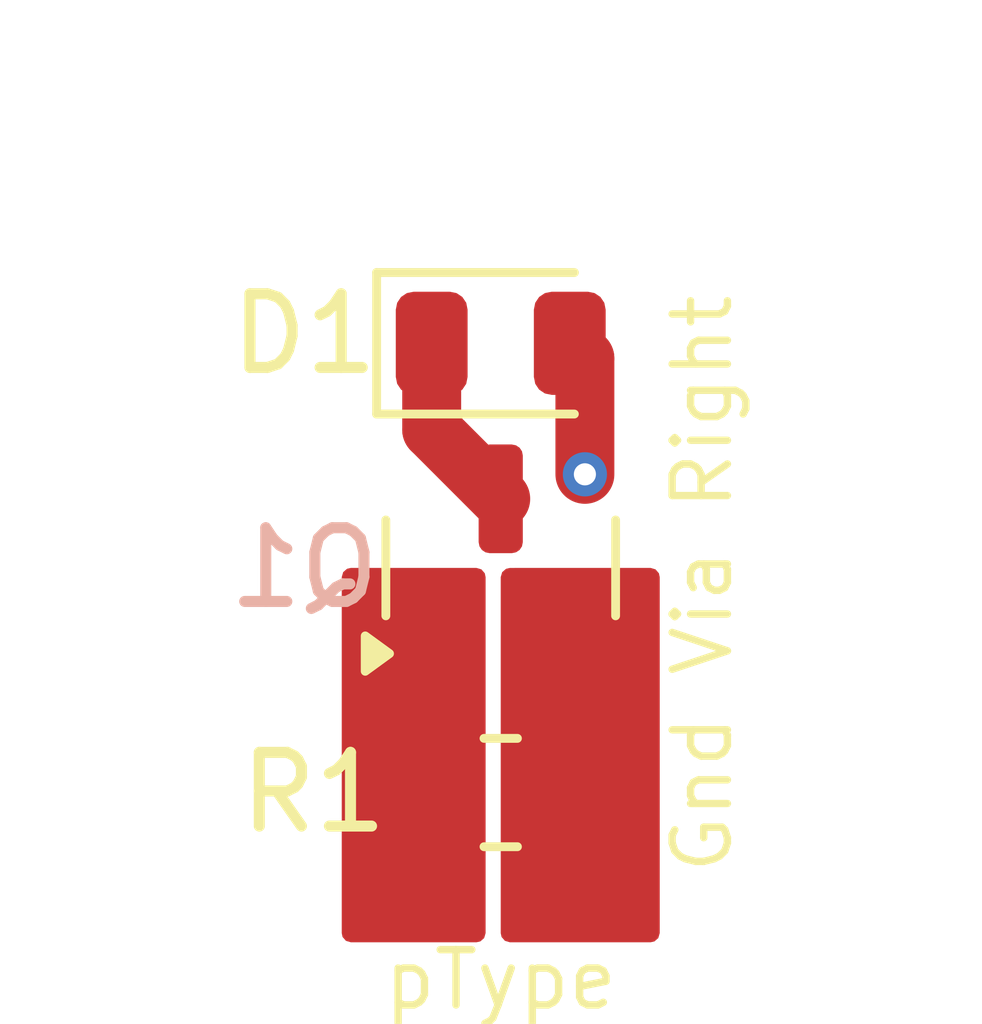
<source format=kicad_pcb>
(kicad_pcb (version 20240108) (generator "pcbnew") (generator_version "8.0")
  (layers (0 "F.Cu" signal) (31 "B.Cu" signal) (34 "B.Paste" user) (35 "F.Paste" user) (36 "B.SilkS" user "B.Silkscreen") (37 "F.SilkS" user "F.Silkscreen") (38 "B.Mask" user) (39 "F.Mask" user) (44 "Edge.Cuts" user))
  (net 0 "")
  (net 1 "/Output")
  (net 2 "GND")
  (net 3 "/Input")
  (net 4 "VDC")
  (footprint "Package_TO_SOT_SMD:SOT-23" (layer "F.Cu") (at 22.098 22.352 90)
    (property "Reference" "Q1" (at 0 -2.667 0) (layer "B.SilkS") (effects (justify mirror)))
    (property "Value" "BC807")
    (fp_line (start 0 -1.56) (end 0.65 -1.56) (stroke (width 0.12)) (layer "F.SilkS"))
    (fp_line (start 0 -1.56) (end -0.65 -1.56) (stroke (width 0.12)) (layer "F.SilkS"))
    (fp_line (start 0 1.56) (end 0.65 1.56) (stroke (width 0.12)) (layer "F.SilkS"))
    (fp_line (start 0 1.56) (end -0.65 1.56) (stroke (width 0.12)) (layer "F.SilkS"))
    (fp_poly (pts (xy -1.1625 -1.51) (xy -1.4025 -1.84) (xy -0.9225 -1.84) (xy -1.1625 -1.51)) (stroke (width 0.12)) (fill solid) (layer "F.SilkS"))
    (pad "1" smd roundrect (at -0.9375 -0.95 90) (size 1.475 0.6) (layers "F.Cu" "F.Paste" "F.Mask") (net 3 "/Input"))
    (pad "2" smd roundrect (at -0.9375 0.95 90) (size 1.475 0.6) (layers "F.Cu" "F.Paste" "F.Mask") (net 4 "VDC"))
    (pad "3" smd roundrect (at 0.9375 0 90) (size 1.475 0.6) (layers "F.Cu" "F.Paste" "F.Mask") (net 1 "/Output"))
  )
  (footprint "Resistor_SMD:R_0805_2012Metric" (layer "F.Cu") (at 22.098 25.4 180)
    (property "Reference" "R1" (at 2.54 0 0) (layer "F.SilkS"))
    (property "Value" "10k")
    (fp_line (start -0.227064 0.735) (end 0.227064 0.735) (stroke (width 0.12)) (layer "F.SilkS"))
    (fp_line (start -0.227064 -0.735) (end 0.227064 -0.735) (stroke (width 0.12)) (layer "F.SilkS"))
    (pad "1" smd roundrect (at -0.9125 0 180) (size 1.025 1.4) (layers "F.Cu" "F.Paste" "F.Mask") (roundrect_rratio 0.243902) (net 4 "VDC"))
    (pad "2" smd roundrect (at 0.9125 0 180) (size 1.025 1.4) (layers "F.Cu" "F.Paste" "F.Mask") (roundrect_rratio 0.243902) (net 3 "/Input"))
  )
  (footprint "Diode_SMD:D_0805_2012Metric" (layer "F.Cu") (at 22.098 19.304)
    (property "Reference" "D1" (at -2.667 -0.127 0) (layer "F.SilkS"))
    (property "Value" "D_Schottky_Small")
    (fp_line (start -1.685 -0.96) (end -1.685 0.96) (stroke (width 0.12)) (layer "F.SilkS"))
    (fp_line (start -1.685 0.96) (end 1 0.96) (stroke (width 0.12)) (layer "F.SilkS"))
    (fp_line (start 1 -0.96) (end -1.685 -0.96) (stroke (width 0.12)) (layer "F.SilkS"))
    (pad "1" smd roundrect (at -0.9375 0) (size 0.975 1.4) (layers "F.Cu" "F.Paste" "F.Mask") (net 1 "/Output"))
    (pad "2" smd roundrect (at 0.9375 0) (size 0.975 1.4) (layers "F.Cu" "F.Paste" "F.Mask") (net 2 "GND"))
  )
  (gr_text "pType" (at 22.098 27.94 0) (layer "F.SilkS") (effects (font (size 0.75 0.75) (thickness 0.1))))
  (gr_text "Gnd Via Right" (at 25.273 26.543 90) (layer "F.SilkS") (effects (font (size 0.75 0.75) (thickness 0.1)) (justify left bottom)))
  (segment (start 21.1605 19.304) (end 21.1605 20.477) (width 0.8) (layer "F.Cu") (net 1))
  (segment (start 21.1605 20.477) (end 22.098 21.4145) (width 0.8) (layer "F.Cu") (net 1))
  (segment (start 23.241 19.5095) (end 23.0355 19.304) (width 0.8) (layer "F.Cu") (net 2))
  (segment (start 23.241 21.082) (end 23.241 19.5095) (width 0.8) (layer "F.Cu") (net 2))
  (via (at 23.241 21.082) (size 0.6) (drill 0.3) (layers "F.Cu" "B.Cu") (net 2))
  (segment (start 21.148 25.3625) (end 21.1855 25.4) (width 0.8) (layer "F.Cu") (net 3))
  (segment (start 21.148 23.2895) (end 21.148 25.3625) (width 0.8) (layer "F.Cu") (net 3))
  (segment (start 23.048 23.2895) (end 23.048 25.3625) (width 0.8) (layer "F.Cu") (net 4))
  (segment (start 23.048 25.3625) (end 23.0105 25.4) (width 0.8) (layer "F.Cu") (net 4))
  (zone (net 3) (net_name "/Input") (layer "F.Cu") (connect_pads yes (clearance 0)) (min_thickness 0.25) (fill yes (thermal_gap 0.5) (thermal_bridge_width 0.5))
    (polygon (pts (xy 19.939 27.432) (xy 19.939 22.352) (xy 22.098 22.352) (xy 22.098 27.432)))
  )
  (zone (net 4) (net_name "VDC") (layer "F.Cu") (connect_pads yes (clearance 0)) (min_thickness 0.25) (fill yes (thermal_gap 0.5) (thermal_bridge_width 0.5))
    (polygon (pts (xy 22.098 27.432) (xy 22.098 22.352) (xy 24.257 22.352) (xy 24.257 27.432)))
  )
)
</source>
